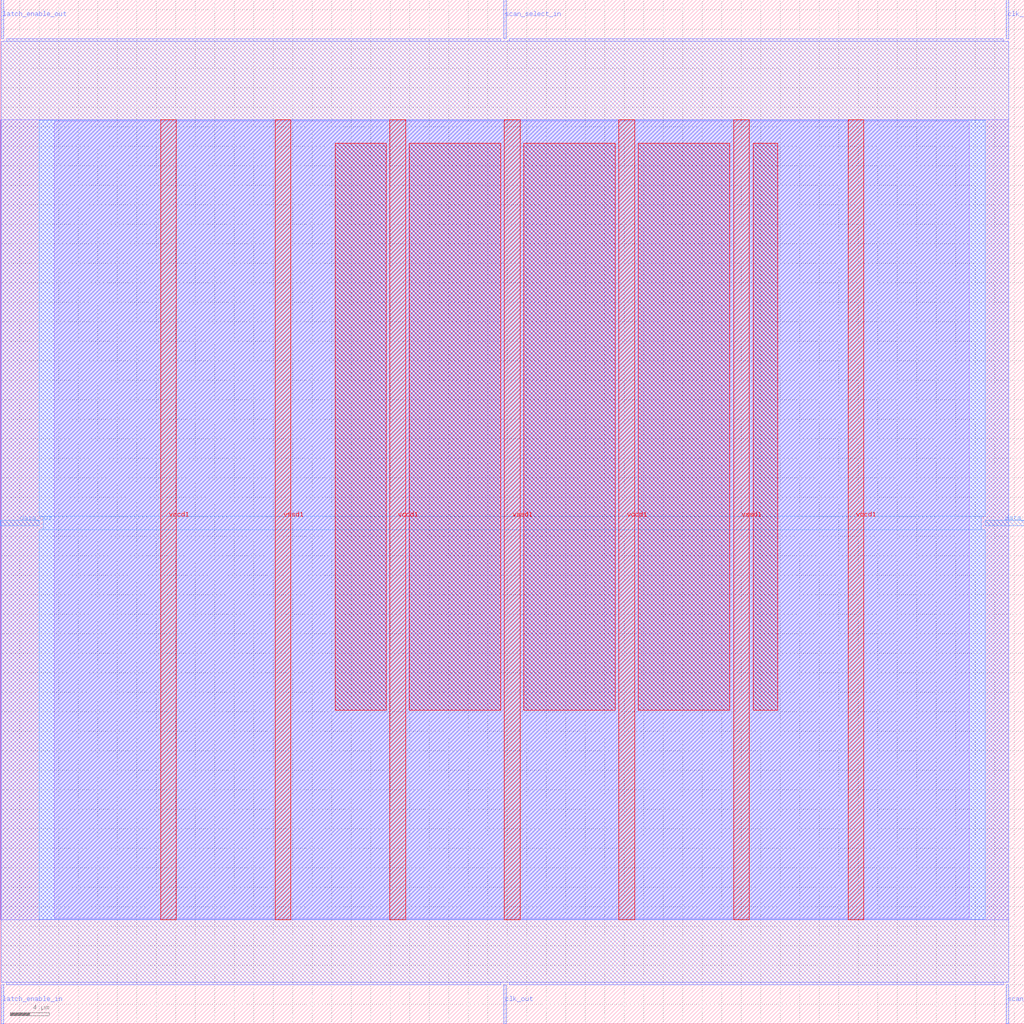
<source format=lef>
VERSION 5.7 ;
  NOWIREEXTENSIONATPIN ON ;
  DIVIDERCHAR "/" ;
  BUSBITCHARS "[]" ;
MACRO scan_wrapper_341628725785264722
  CLASS BLOCK ;
  FOREIGN scan_wrapper_341628725785264722 ;
  ORIGIN 0.000 0.000 ;
  SIZE 105.000 BY 105.000 ;
  PIN clk_in
    DIRECTION INPUT ;
    USE SIGNAL ;
    PORT
      LAYER met2 ;
        RECT 103.130 101.000 103.410 105.000 ;
    END
  END clk_in
  PIN clk_out
    DIRECTION OUTPUT TRISTATE ;
    USE SIGNAL ;
    PORT
      LAYER met2 ;
        RECT 51.610 0.000 51.890 4.000 ;
    END
  END clk_out
  PIN data_in
    DIRECTION INPUT ;
    USE SIGNAL ;
    PORT
      LAYER met3 ;
        RECT 101.000 51.040 105.000 51.640 ;
    END
  END data_in
  PIN data_out
    DIRECTION OUTPUT TRISTATE ;
    USE SIGNAL ;
    PORT
      LAYER met3 ;
        RECT 0.000 51.040 4.000 51.640 ;
    END
  END data_out
  PIN latch_enable_in
    DIRECTION INPUT ;
    USE SIGNAL ;
    PORT
      LAYER met2 ;
        RECT 0.090 0.000 0.370 4.000 ;
    END
  END latch_enable_in
  PIN latch_enable_out
    DIRECTION OUTPUT TRISTATE ;
    USE SIGNAL ;
    PORT
      LAYER met2 ;
        RECT 0.090 101.000 0.370 105.000 ;
    END
  END latch_enable_out
  PIN scan_select_in
    DIRECTION INPUT ;
    USE SIGNAL ;
    PORT
      LAYER met2 ;
        RECT 51.610 101.000 51.890 105.000 ;
    END
  END scan_select_in
  PIN scan_select_out
    DIRECTION OUTPUT TRISTATE ;
    USE SIGNAL ;
    PORT
      LAYER met2 ;
        RECT 103.130 0.000 103.410 4.000 ;
    END
  END scan_select_out
  PIN vccd1
    DIRECTION INOUT ;
    USE POWER ;
    PORT
      LAYER met4 ;
        RECT 16.465 10.640 18.065 92.720 ;
    END
    PORT
      LAYER met4 ;
        RECT 39.955 10.640 41.555 92.720 ;
    END
    PORT
      LAYER met4 ;
        RECT 63.445 10.640 65.045 92.720 ;
    END
    PORT
      LAYER met4 ;
        RECT 86.935 10.640 88.535 92.720 ;
    END
  END vccd1
  PIN vssd1
    DIRECTION INOUT ;
    USE GROUND ;
    PORT
      LAYER met4 ;
        RECT 28.210 10.640 29.810 92.720 ;
    END
    PORT
      LAYER met4 ;
        RECT 51.700 10.640 53.300 92.720 ;
    END
    PORT
      LAYER met4 ;
        RECT 75.190 10.640 76.790 92.720 ;
    END
  END vssd1
  OBS
      LAYER li1 ;
        RECT 5.520 10.795 99.360 92.565 ;
      LAYER met1 ;
        RECT 0.070 10.640 103.430 92.720 ;
      LAYER met2 ;
        RECT 0.650 100.720 51.330 101.000 ;
        RECT 52.170 100.720 102.850 101.000 ;
        RECT 0.100 4.280 103.400 100.720 ;
        RECT 0.650 4.000 51.330 4.280 ;
        RECT 52.170 4.000 102.850 4.280 ;
      LAYER met3 ;
        RECT 4.000 52.040 101.000 92.645 ;
        RECT 4.400 50.640 100.600 52.040 ;
        RECT 4.000 10.715 101.000 50.640 ;
      LAYER met4 ;
        RECT 34.335 32.135 39.555 90.265 ;
        RECT 41.955 32.135 51.300 90.265 ;
        RECT 53.700 32.135 63.045 90.265 ;
        RECT 65.445 32.135 74.790 90.265 ;
        RECT 77.190 32.135 79.745 90.265 ;
  END
END scan_wrapper_341628725785264722
END LIBRARY


</source>
